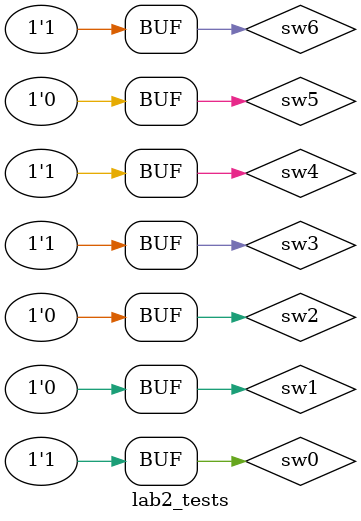
<source format=v>
`timescale 1ns/1ps

module lab2_tests();
   
   reg sw0, sw1, sw2, sw3, sw4, sw5, sw6;
   wire CA,CB,CC,CD,CE,CF,CG,DP,AN0,AN1,AN2,AN3;
   
// TODO: replace "top_lab2" with the name of your top level Lab 2 module.

   top_lab2 UUT (
        .sw0(sw0),.sw1(sw1),.sw2(sw2),.sw3(sw3),.sw4(sw4),.sw5(sw5),.sw6(sw6),
        .CA(CA),.CB(CB),.CC(CC),.CD(CD),.CE(CE),.CF(CF),.CG(CG),.DP(DP),
        .AN0(AN0),.AN1(AN1),.AN2(AN2),.AN3(AN3)
        );
// TODO: In the three lines above, make sure the pin names match the names
// used for the inputs/outputs of your top level module.   For example, if you
// used "cin" rather than "sw0", then replace ".sw0(sw0)" with ".cin(sw0)" 
     
    initial
    begin	

        sw0=1'b0;
        sw1=1'b0;
        sw2=1'b0;
        sw3=1'b0;
        sw4=1'b0;
        sw5=1'b0;
        sw6=1'b0;
        // sum is 0 
	//-------------  Current Time:  0ns
	#100;  //This advances time by 100 units (ns in this case)
	sw0 = 1'b1;
        // sum is 1
        // -------------  Current Time:  100ns
        #100;
        sw1 = 1'b1;
        // sum is 2
        // -------------  Current Time:  200ns
        #100;
        sw4 = 1'b1;
        // sum is 3
        // -------------  Current Time:  300ns
        #100;
        sw0 = 1'b0;
		  sw5 = 1'b1;
        // sum is 4
        // -------------  Current Time:  400ns
        #100;
        sw0 = 1'b1;
        // sum is 5
        // -------------  Current Time:  500ns
        #100;
        sw1 = 1'b0;
        sw2 = 1'b1;
        // sum is 6
        // -------------  Current Time:  600ns
        #200;
        sw1 = 1'b1;
        // sum is 7
        // -------------  Current Time:  700ns
        #100;
        sw4 = 1'b0;
        sw5 = 1'b0;
        sw6 = 1'b1;
        // sum is 8
        // -------------  Current Time:  800ns
        #100;
        sw4 = 1'b1;
        // sum is 9
        // -------------  Current Time:  900ns
        #100;
        sw1 = 1'b0;
        sw2 = 1'b0;
        sw3 = 1'b1;
        // sum is 10
        // -------------  Current Time:  1000ns
	//
	// complete this testbentch  so that all 
	// 16 hex values are generated
    end
endmodule	

</source>
